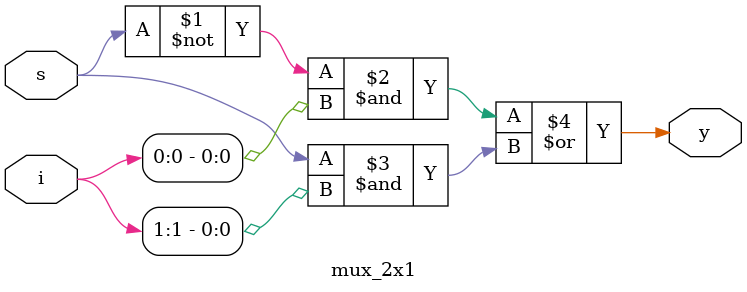
<source format=v>
`timescale 1ns / 1ps

module mux_2x1(y, s, i);
    output y;
    input s;
    input [1:0] i;
	 
	 assign y= ( (~s)&i[0] |(s)&i[1]);


endmodule

</source>
